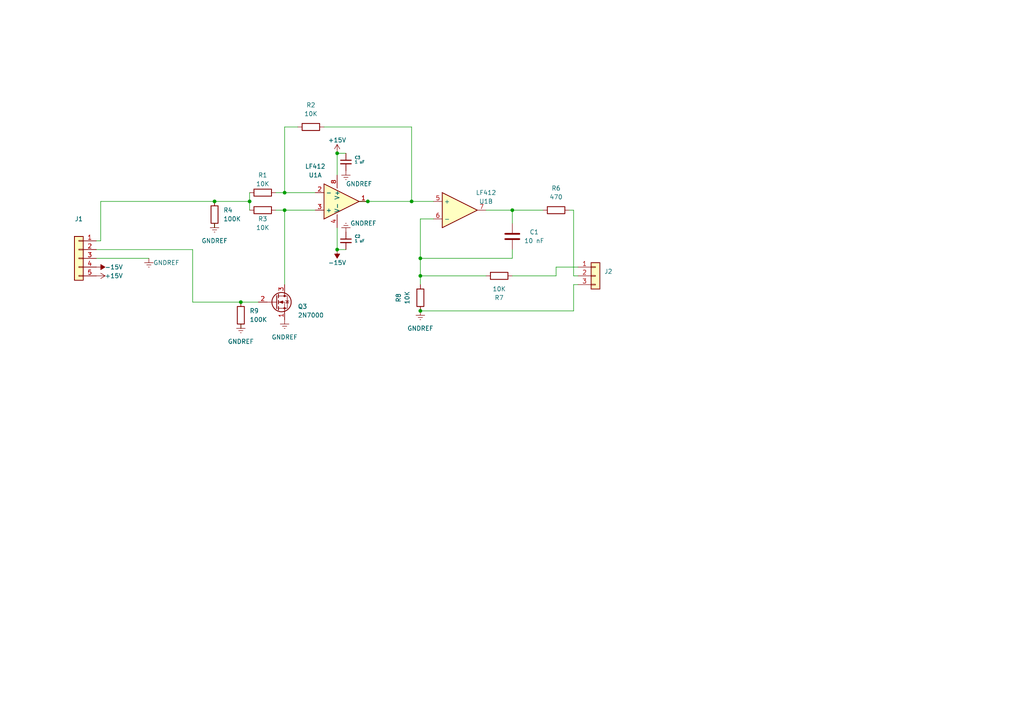
<source format=kicad_sch>
(kicad_sch (version 20211123) (generator eeschema)
  (paper "A4")
  (title_block (title "Peltier PID controller lab electronics ") (date "2022-01-06") (rev "1") (company "McGill University"))
  (lib_symbols
    (symbol "Connector_Generic:Conn_01x03" (pin_names (offset 1.016) hide)
      (property "Reference" "J" (at 0 5.08 0))
      (property "Value" "Conn_01x03" (at 0 -5.08 0))
      (symbol "Conn_01x03_1_1"
        (rectangle (start -1.27 -2.413) (end 0 -2.667) (stroke (width 0.1524)))
        (rectangle (start -1.27 0.127) (end 0 -0.127) (stroke (width 0.1524)))
        (rectangle (start -1.27 2.667) (end 0 2.413) (stroke (width 0.1524)))
        (rectangle (start -1.27 3.81) (end 1.27 -3.81) (stroke (width 0.254)) (fill (type background)))
        (pin passive line (at -5.08 2.54 0) (length 3.81) (name "Pin_1") (number "1"))
        (pin passive line (at -5.08 0 0) (length 3.81) (name "Pin_2") (number "2"))
        (pin passive line (at -5.08 -2.54 0) (length 3.81) (name "Pin_3") (number "3"))
      )
    )
    (symbol "Connector_Generic:Conn_01x05" (pin_names (offset 1.016) hide)
      (property "Reference" "J" (at 0 7.62 0))
      (property "Value" "Conn_01x05" (at 0 -7.62 0))
      (symbol "Conn_01x05_1_1"
        (rectangle (start -1.27 -4.953) (end 0 -5.207) (stroke (width 0.1524)))
        (rectangle (start -1.27 -2.413) (end 0 -2.667) (stroke (width 0.1524)))
        (rectangle (start -1.27 0.127) (end 0 -0.127) (stroke (width 0.1524)))
        (rectangle (start -1.27 2.667) (end 0 2.413) (stroke (width 0.1524)))
        (rectangle (start -1.27 5.207) (end 0 4.953) (stroke (width 0.1524)))
        (rectangle (start -1.27 6.35) (end 1.27 -6.35) (stroke (width 0.254)) (fill (type background)))
        (pin passive line (at -5.08 5.08 0) (length 3.81) (name "Pin_1") (number "1"))
        (pin passive line (at -5.08 2.54 0) (length 3.81) (name "Pin_2") (number "2"))
        (pin passive line (at -5.08 0 0) (length 3.81) (name "Pin_3") (number "3"))
        (pin passive line (at -5.08 -2.54 0) (length 3.81) (name "Pin_4") (number "4"))
        (pin passive line (at -5.08 -5.08 0) (length 3.81) (name "Pin_5") (number "5"))
      )
    )
    (symbol "Device:C" (pin_numbers hide) (pin_names (offset 0.254))
      (property "Reference" "C" (at 0.635 2.54 0))
      (property "Value" "C" (at 0.635 -2.54 0))
      (symbol "C_0_1"
        (polyline (pts (xy -2.032 -0.762) (xy 2.032 -0.762)) (stroke (width 0.508)))
        (polyline (pts (xy -2.032 0.762) (xy 2.032 0.762)) (stroke (width 0.508)))
      )
      (symbol "C_1_1"
        (pin passive line (at 0 3.81 270) (length 2.794) (name "~") (number "1"))
        (pin passive line (at 0 -3.81 90) (length 2.794) (name "~") (number "2"))
      )
    )
    (symbol "Device:C_Small" (pin_numbers hide) (pin_names (offset 0.254) hide)
      (property "Reference" "C" (at 0.254 1.778 0))
      (property "Value" "C_Small" (at 0.254 -2.032 0))
      (symbol "C_Small_0_1"
        (polyline (pts (xy -1.524 -0.508) (xy 1.524 -0.508)) (stroke (width 0.3302)))
        (polyline (pts (xy -1.524 0.508) (xy 1.524 0.508)) (stroke (width 0.3048)))
      )
      (symbol "C_Small_1_1"
        (pin passive line (at 0 2.54 270) (length 2.032) (name "~") (number "1"))
        (pin passive line (at 0 -2.54 90) (length 2.032) (name "~") (number "2"))
      )
    )
    (symbol "Device:Opamp_Dual"
      (property "Reference" "U" (at 0 5.08 0))
      (property "Value" "Opamp_Dual" (at 0 -5.08 0))
      (symbol "Opamp_Dual_1_1"
        (polyline (pts (xy -5.08 5.08) (xy 5.08 0) (xy -5.08 -5.08) (xy -5.08 5.08)) (stroke (width 0.254)) (fill (type background)))
        (pin output line (at 7.62 0 180) (length 2.54) (name "~") (number "1"))
        (pin input line (at -7.62 -2.54 0) (length 2.54) (name "-") (number "2"))
        (pin input line (at -7.62 2.54 0) (length 2.54) (name "+") (number "3"))
      )
      (symbol "Opamp_Dual_2_1"
        (polyline (pts (xy -5.08 5.08) (xy 5.08 0) (xy -5.08 -5.08) (xy -5.08 5.08)) (stroke (width 0.254)) (fill (type background)))
        (pin input line (at -7.62 2.54 0) (length 2.54) (name "+") (number "5"))
        (pin input line (at -7.62 -2.54 0) (length 2.54) (name "-") (number "6"))
        (pin output line (at 7.62 0 180) (length 2.54) (name "~") (number "7"))
      )
      (symbol "Opamp_Dual_3_1"
        (pin power_in line (at -2.54 -7.62 90) (length 3.81) (name "V-") (number "4"))
        (pin power_in line (at -2.54 7.62 270) (length 3.81) (name "V+") (number "8"))
      )
    )
    (symbol "Device:R" (pin_numbers hide) (pin_names (offset 0))
      (property "Reference" "R" (at 2.032 0 90))
      (property "Value" "R" (at 0 0 90))
      (symbol "R_0_1"
        (rectangle (start -1.016 -2.54) (end 1.016 2.54) (stroke (width 0.254)))
      )
      (symbol "R_1_1"
        (pin passive line (at 0 3.81 270) (length 1.27) (name "~") (number "1"))
        (pin passive line (at 0 -3.81 90) (length 1.27) (name "~") (number "2"))
      )
    )
    (symbol "Transistor_FET:2N7000" (pin_names hide)
      (property "Reference" "Q" (at 5.08 1.905 0))
      (property "Value" "2N7000" (at 5.08 0 0))
      (symbol "2N7000_0_1"
        (polyline (pts (xy 0.254 0) (xy -2.54 0)))
        (polyline (pts (xy 0.254 1.905) (xy 0.254 -1.905)) (stroke (width 0.254)))
        (polyline (pts (xy 0.762 -1.27) (xy 0.762 -2.286)) (stroke (width 0.254)))
        (polyline (pts (xy 0.762 0.508) (xy 0.762 -0.508)) (stroke (width 0.254)))
        (polyline (pts (xy 0.762 2.286) (xy 0.762 1.27)) (stroke (width 0.254)))
        (polyline (pts (xy 2.54 2.54) (xy 2.54 1.778)))
        (polyline (pts (xy 2.54 -2.54) (xy 2.54 0) (xy 0.762 0)))
        (polyline (pts (xy 0.762 -1.778) (xy 3.302 -1.778) (xy 3.302 1.778) (xy 0.762 1.778)))
        (polyline (pts (xy 1.016 0) (xy 2.032 0.381) (xy 2.032 -0.381) (xy 1.016 0)) (fill (type outline)))
        (polyline (pts (xy 2.794 0.508) (xy 2.921 0.381) (xy 3.683 0.381) (xy 3.81 0.254)))
        (polyline (pts (xy 3.302 0.381) (xy 2.921 -0.254) (xy 3.683 -0.254) (xy 3.302 0.381)))
        (circle (center 1.651 0) (radius 2.794) (stroke (width 0.254)))
        (circle (center 2.54 -1.778) (radius 0.254) (fill (type outline)))
        (circle (center 2.54 1.778) (radius 0.254) (fill (type outline)))
      )
      (symbol "2N7000_1_1"
        (pin passive line (at 2.54 -5.08 90) (length 2.54) (name "S") (number "1"))
        (pin input line (at -5.08 0 0) (length 2.54) (name "G") (number "2"))
        (pin passive line (at 2.54 5.08 270) (length 2.54) (name "D") (number "3"))
      )
    )
    (symbol "power:+15V" (power) (pin_names (offset 0))
      (property "Value" "+15V" (at 0 3.556 0))
      (symbol "+15V_0_1"
        (polyline (pts (xy -0.762 1.27) (xy 0 2.54)))
        (polyline (pts (xy 0 0) (xy 0 2.54)))
        (polyline (pts (xy 0 2.54) (xy 0.762 1.27)))
      )
      (symbol "+15V_1_1"
        (pin power_in line (at 0 0 90) (length 0) hide (name "+15V") (number "1"))
      )
    )
    (symbol "power:-15V" (power) (pin_names (offset 0))
      (property "Value" "-15V" (at 0 3.81 0))
      (symbol "-15V_0_0"
        (pin power_in line (at 0 0 90) (length 0) hide (name "-15V") (number "1"))
      )
      (symbol "-15V_0_1"
        (polyline (pts (xy 0 0) (xy 0 1.27) (xy 0.762 1.27) (xy 0 2.54) (xy -0.762 1.27) (xy 0 1.27)) (fill (type outline)))
      )
    )
    (symbol "power:GNDREF" (power) (pin_names (offset 0))
      (property "Value" "GNDREF" (at 0 -3.81 0))
      (symbol "GNDREF_0_1"
        (polyline (pts (xy -0.635 -1.905) (xy 0.635 -1.905)))
        (polyline (pts (xy -0.127 -2.54) (xy 0.127 -2.54)))
        (polyline (pts (xy 0 -1.27) (xy 0 0)))
        (polyline (pts (xy 1.27 -1.27) (xy -1.27 -1.27)))
      )
      (symbol "GNDREF_1_1"
        (pin power_in line (at 0 0 270) (length 0) hide (name "GNDREF") (number "1"))
      )
    )
  )
  (junction (at 72.39 58.42))
  (junction (at 82.55 60.96))
  (junction (at 82.55 55.88))
  (junction (at 97.79 44.45))
  (junction (at 97.79 72.39))
  (junction (at 119.38 58.42))
  (junction (at 121.92 74.93))
  (junction (at 69.85 87.63))
  (junction (at 148.59 60.96))
  (junction (at 106.68 58.42))
  (junction (at 121.92 80.01))
  (junction (at 62.23 58.42))
  (junction (at 121.92 90.17))
  (wire (pts (xy 121.92 80.01) (xy 121.92 82.55)))
  (wire (pts (xy 140.97 60.96) (xy 148.59 60.96)))
  (wire (pts (xy 55.88 72.39) (xy 55.88 87.63)))
  (wire (pts (xy 29.21 69.85) (xy 29.21 58.42)))
  (wire (pts (xy 104.14 58.42) (xy 106.68 58.42)))
  (wire (pts (xy 121.92 90.17) (xy 166.37 90.17)))
  (wire (pts (xy 161.29 77.47) (xy 167.64 77.47)))
  (wire (pts (xy 62.23 64.77) (xy 62.23 66.04)))
  (wire (pts (xy 69.85 87.63) (xy 74.93 87.63)))
  (wire (pts (xy 148.59 60.96) (xy 157.48 60.96)))
  (wire (pts (xy 166.37 80.01) (xy 167.64 80.01)))
  (wire (pts (xy 27.94 74.93) (xy 43.18 74.93)))
  (wire (pts (xy 121.92 63.5) (xy 125.73 63.5)))
  (wire (pts (xy 161.29 80.01) (xy 161.29 77.47)))
  (wire (pts (xy 121.92 74.93) (xy 121.92 80.01)))
  (wire (pts (xy 148.59 60.96) (xy 148.59 64.77)))
  (wire (pts (xy 97.79 44.45) (xy 97.79 50.8)))
  (wire (pts (xy 140.97 80.01) (xy 121.92 80.01)))
  (wire (pts (xy 121.92 63.5) (xy 121.92 74.93)))
  (wire (pts (xy 148.59 72.39) (xy 148.59 74.93)))
  (wire (pts (xy 27.94 72.39) (xy 55.88 72.39)))
  (wire (pts (xy 166.37 90.17) (xy 166.37 82.55)))
  (wire (pts (xy 29.21 58.42) (xy 62.23 58.42)))
  (wire (pts (xy 69.85 93.98) (xy 69.85 95.25)))
  (wire (pts (xy 27.94 69.85) (xy 29.21 69.85)))
  (wire (pts (xy 80.01 60.96) (xy 82.55 60.96)))
  (wire (pts (xy 82.55 60.96) (xy 82.55 82.55)))
  (wire (pts (xy 106.68 58.42) (xy 119.38 58.42)))
  (wire (pts (xy 72.39 58.42) (xy 72.39 60.96)))
  (wire (pts (xy 97.79 72.39) (xy 100.33 72.39)))
  (wire (pts (xy 82.55 36.83) (xy 82.55 55.88)))
  (wire (pts (xy 86.36 36.83) (xy 82.55 36.83)))
  (wire (pts (xy 119.38 36.83) (xy 119.38 58.42)))
  (wire (pts (xy 97.79 66.04) (xy 97.79 72.39)))
  (wire (pts (xy 72.39 55.88) (xy 72.39 58.42)))
  (wire (pts (xy 166.37 82.55) (xy 167.64 82.55)))
  (wire (pts (xy 97.79 44.45) (xy 100.33 44.45)))
  (wire (pts (xy 62.23 58.42) (xy 72.39 58.42)))
  (wire (pts (xy 148.59 74.93) (xy 121.92 74.93)))
  (wire (pts (xy 166.37 60.96) (xy 165.1 60.96)))
  (wire (pts (xy 82.55 55.88) (xy 91.44 55.88)))
  (wire (pts (xy 80.01 55.88) (xy 82.55 55.88)))
  (wire (pts (xy 55.88 87.63) (xy 69.85 87.63)))
  (wire (pts (xy 93.98 36.83) (xy 119.38 36.83)))
  (wire (pts (xy 166.37 60.96) (xy 166.37 80.01)))
  (wire (pts (xy 119.38 58.42) (xy 125.73 58.42)))
  (wire (pts (xy 148.59 80.01) (xy 161.29 80.01)))
  (wire (pts (xy 82.55 60.96) (xy 91.44 60.96)))
  (symbol (lib_id "power:GNDREF") (at 100.33 67.31 180) (unit 1)
    (property "Reference" "#PWR0103" (effects hide))
    (property "Value" "GNDREF" (at 101.6 64.77 0) (effects (justify right)))
  )
  (symbol (lib_id "Device:C") (at 148.59 68.58 0) (unit 1)
    (property "Reference" "C1" (at 154.94 67.31 0))
    (property "Value" "10 nF" (at 154.94 69.85 0))
    (property "Footprint" "Capacitor_THT:C_Axial_L3.8mm_D2.6mm_P7.50mm_Horizontal" (effects hide))
  )
  (symbol (lib_id "Device:R") (at 69.85 91.44 0) (unit 1)
    (property "Reference" "R9" (at 72.39 90.1699 0) (effects (justify left)))
    (property "Value" "100K" (at 72.39 92.7099 0) (effects (justify left)))
    (property "Footprint" "Resistor_THT:R_Axial_DIN0207_L6.3mm_D2.5mm_P10.16mm_Horizontal" (effects hide))
  )
  (symbol (lib_id "Device:Opamp_Dual") (at 99.06 58.42 0) (mirror x) (unit 1)
    (property "Reference" "U1" (at 91.44 50.8 0))
    (property "Value" "LF412" (at 91.44 48.26 0))
    (property "Footprint" "Package_DIP:DIP-8_W10.16mm_LongPads" (effects hide))
  )
  (symbol (lib_id "power:GNDREF") (at 69.85 93.98 0) (unit 1)
    (property "Reference" "#PWR0104" (effects hide))
    (property "Value" "GNDREF" (at 69.85 99.06 0))
  )
  (symbol (lib_id "power:-15V") (at 97.79 72.39 180) (unit 1)
    (property "Reference" "#PWR0109" (effects hide))
    (property "Value" "-15V" (at 97.79 76.2 0))
  )
  (symbol (lib_id "Device:Opamp_Dual") (at 100.33 58.42 0) (unit 3)
    (property "Reference" "U1" (effects hide))
    (property "Value" "LF412" (effects hide))
    (property "Footprint" "Package_DIP:DIP-8_W10.16mm_LongPads" (effects hide))
  )
  (symbol (lib_id "power:GNDREF") (at 62.23 64.77 0) (unit 1)
    (property "Reference" "#PWR0107" (effects hide))
    (property "Value" "GNDREF" (at 62.23 69.85 0))
  )
  (symbol (lib_id "Device:Opamp_Dual") (at 133.35 60.96 0) (unit 2)
    (property "Reference" "U1" (at 140.97 58.42 0))
    (property "Value" "LF412" (at 140.97 55.88 0))
    (property "Footprint" "Package_DIP:DIP-8_W10.16mm_LongPads" (effects hide))
  )
  (symbol (lib_id "Device:R") (at 121.92 86.36 0) (mirror y) (unit 1)
    (property "Reference" "R8" (at 115.57 86.36 90))
    (property "Value" "10K" (at 118.11 86.36 90))
    (property "Footprint" "Resistor_THT:R_Axial_DIN0207_L6.3mm_D2.5mm_P10.16mm_Horizontal" (effects hide))
  )
  (symbol (lib_id "power:GNDREF") (at 121.92 90.17 0) (unit 1)
    (property "Reference" "#PWR0106" (effects hide))
    (property "Value" "GNDREF" (at 121.92 95.25 0))
  )
  (symbol (lib_id "Device:R") (at 161.29 60.96 90) (unit 1)
    (property "Reference" "R6" (at 161.29 54.61 90))
    (property "Value" "470" (at 161.29 57.15 90))
    (property "Footprint" "Resistor_THT:R_Axial_DIN0207_L6.3mm_D2.5mm_P10.16mm_Horizontal" (effects hide))
  )
  (symbol (lib_id "Device:R") (at 144.78 80.01 90) (mirror x) (unit 1)
    (property "Reference" "R7" (at 144.78 86.36 90))
    (property "Value" "10K" (at 144.78 83.82 90))
    (property "Footprint" "Resistor_THT:R_Axial_DIN0207_L6.3mm_D2.5mm_P10.16mm_Horizontal" (effects hide))
  )
  (symbol (lib_id "Device:C_Small") (at 100.33 69.85 0) (unit 1)
    (property "Reference" "C2" (at 102.87 68.5738 0) (effects (font (size 0.8 0.8)) (justify left)))
    (property "Value" "1 uF" (at 102.87 69.85 0) (effects (font (size 0.8 0.8)) (justify left)))
    (property "Footprint" "Capacitor_THT:C_Axial_L3.8mm_D2.6mm_P7.50mm_Horizontal" (effects hide))
  )
  (symbol (lib_id "power:+15V") (at 97.79 44.45 0) (unit 1)
    (property "Reference" "#PWR0112" (effects hide))
    (property "Value" "+15V" (at 97.79 40.64 0))
  )
  (symbol (lib_id "Connector_Generic:Conn_01x03") (at 172.72 80.01 0) (unit 1)
    (property "Reference" "J2" (at 175.26 78.7399 0) (effects (justify left)))
    (property "Value" "Conn_01x03" (effects hide))
    (property "Footprint" "KiCAD_footprints:1935174" (effects hide))
  )
  (symbol (lib_id "Device:R") (at 76.2 55.88 90) (unit 1)
    (property "Reference" "R1" (at 76.2 50.8 90))
    (property "Value" "10K" (at 76.2 53.34 90))
    (property "Footprint" "Resistor_THT:R_Axial_DIN0207_L6.3mm_D2.5mm_P10.16mm_Horizontal" (effects hide))
  )
  (symbol (lib_id "Transistor_FET:2N7000") (at 80.01 87.63 0) (unit 1)
    (property "Reference" "Q3" (at 86.36 88.9 0) (effects (justify left)))
    (property "Value" "2N7000" (at 86.36 91.44 0) (effects (justify left)))
    (property "Footprint" "Package_TO_SOT_THT:TO-92_Inline" (effects hide))
    (property "Datasheet" "https://www.onsemi.com/pub/Collateral/NDS7002A-D.PDF" (effects hide))
  )
  (symbol (lib_id "power:GNDREF") (at 100.33 49.53 0) (unit 1)
    (property "Reference" "#PWR0101" (effects hide))
    (property "Value" "GNDREF" (at 104.14 53.34 0))
  )
  (symbol (lib_id "Device:R") (at 62.23 62.23 0) (unit 1)
    (property "Reference" "R4" (at 64.77 60.9599 0) (effects (justify left)))
    (property "Value" "100K" (at 64.77 63.4999 0) (effects (justify left)))
    (property "Footprint" "Resistor_THT:R_Axial_DIN0207_L6.3mm_D2.5mm_P10.16mm_Horizontal" (effects hide))
  )
  (symbol (lib_id "power:GNDREF") (at 43.18 74.93 0) (unit 1)
    (property "Reference" "#PWR0102" (effects hide))
    (property "Value" "GNDREF" (at 48.26 76.2 0))
  )
  (symbol (lib_id "power:-15V") (at 27.94 77.47 270) (unit 1)
    (property "Reference" "#PWR0105" (effects hide))
    (property "Value" "-15V" (at 33.02 77.47 90))
  )
  (symbol (lib_id "Device:R") (at 90.17 36.83 90) (unit 1)
    (property "Reference" "R2" (at 90.17 30.48 90))
    (property "Value" "10K" (at 90.17 33.02 90))
    (property "Footprint" "Resistor_THT:R_Axial_DIN0207_L6.3mm_D2.5mm_P10.16mm_Horizontal" (effects hide))
  )
  (symbol (lib_id "power:+15V") (at 27.94 80.01 270) (unit 1)
    (property "Reference" "#PWR0108" (effects hide))
    (property "Value" "+15V" (at 33.02 80.01 90))
  )
  (symbol (lib_id "power:GNDREF") (at 82.55 92.71 0) (unit 1)
    (property "Reference" "#PWR0110" (effects hide))
    (property "Value" "GNDREF" (at 82.55 97.79 0))
  )
  (symbol (lib_id "Device:C_Small") (at 100.33 46.99 0) (unit 1)
    (property "Reference" "C3" (at 102.87 45.7138 0) (effects (font (size 0.8 0.8)) (justify left)))
    (property "Value" "1 uF" (at 102.87 46.99 0) (effects (font (size 0.8 0.8)) (justify left)))
    (property "Footprint" "Capacitor_THT:C_Axial_L3.8mm_D2.6mm_P7.50mm_Horizontal" (effects hide))
  )
  (symbol (lib_id "Connector_Generic:Conn_01x05") (at 22.86 74.93 0) (mirror y) (unit 1)
    (property "Reference" "J1" (at 22.86 63.5 0))
    (property "Value" "Conn_01x05" (effects hide))
    (property "Footprint" "KiCAD_footprints:1935190" (effects hide))
  )
  (symbol (lib_id "Device:R") (at 76.2 60.96 90) (unit 1)
    (property "Reference" "R3" (at 76.2 63.5 90))
    (property "Value" "10K" (at 76.2 66.04 90))
    (property "Footprint" "Resistor_THT:R_Axial_DIN0207_L6.3mm_D2.5mm_P10.16mm_Horizontal" (effects hide))
  )
)
</source>
